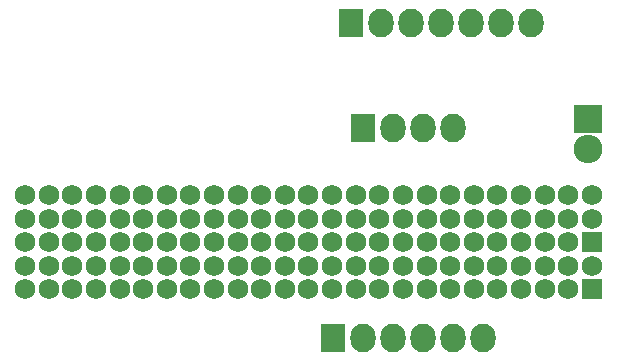
<source format=gbs>
G04 #@! TF.FileFunction,Soldermask,Bot*
%FSLAX46Y46*%
G04 Gerber Fmt 4.6, Leading zero omitted, Abs format (unit mm)*
G04 Created by KiCad (PCBNEW 4.0.4-stable) date 10/29/16 17:18:15*
%MOMM*%
%LPD*%
G01*
G04 APERTURE LIST*
%ADD10C,0.100000*%
%ADD11R,1.750000X1.750000*%
%ADD12C,1.750000*%
%ADD13R,2.432000X2.432000*%
%ADD14O,2.432000X2.432000*%
%ADD15R,2.127200X2.432000*%
%ADD16O,2.127200X2.432000*%
G04 APERTURE END LIST*
D10*
D11*
X88000000Y-67000000D03*
D12*
X86000000Y-67000000D03*
X84000000Y-67000000D03*
X82000000Y-67000000D03*
X80000000Y-67000000D03*
X78000000Y-67000000D03*
X76000000Y-67000000D03*
X74000000Y-67000000D03*
X72000000Y-67000000D03*
X70000000Y-67000000D03*
X68000000Y-67000000D03*
X66000000Y-67000000D03*
X64000000Y-67000000D03*
X62000000Y-67000000D03*
X60000000Y-67000000D03*
X58000000Y-67000000D03*
X56000000Y-67000000D03*
X54000000Y-67000000D03*
X52000000Y-67000000D03*
X50000000Y-67000000D03*
X48000000Y-67000000D03*
X46000000Y-67000000D03*
X44000000Y-67000000D03*
X42000000Y-67000000D03*
X40000000Y-67000000D03*
X88000000Y-65000000D03*
X86000000Y-65000000D03*
X84000000Y-65000000D03*
X82000000Y-65000000D03*
X80000000Y-65000000D03*
X78000000Y-65000000D03*
X76000000Y-65000000D03*
X74000000Y-65000000D03*
X72000000Y-65000000D03*
X70000000Y-65000000D03*
X68000000Y-65000000D03*
X66000000Y-65000000D03*
X64000000Y-65000000D03*
X62000000Y-65000000D03*
X60000000Y-65000000D03*
X58000000Y-65000000D03*
X56000000Y-65000000D03*
X54000000Y-65000000D03*
X52000000Y-65000000D03*
X50000000Y-65000000D03*
X48000000Y-65000000D03*
X46000000Y-65000000D03*
X44000000Y-65000000D03*
X42000000Y-65000000D03*
X40000000Y-65000000D03*
X40000000Y-59000000D03*
X42000000Y-59000000D03*
X44000000Y-59000000D03*
X46000000Y-59000000D03*
X48000000Y-59000000D03*
X50000000Y-59000000D03*
X52000000Y-59000000D03*
X54000000Y-59000000D03*
X56000000Y-59000000D03*
X58000000Y-59000000D03*
X60000000Y-59000000D03*
X62000000Y-59000000D03*
X64000000Y-59000000D03*
X66000000Y-59000000D03*
X68000000Y-59000000D03*
X70000000Y-59000000D03*
X72000000Y-59000000D03*
X74000000Y-59000000D03*
X76000000Y-59000000D03*
X78000000Y-59000000D03*
X80000000Y-59000000D03*
X82000000Y-59000000D03*
X84000000Y-59000000D03*
X86000000Y-59000000D03*
X88000000Y-59000000D03*
D11*
X88000000Y-63000000D03*
D12*
X86000000Y-63000000D03*
X84000000Y-63000000D03*
X82000000Y-63000000D03*
X80000000Y-63000000D03*
X78000000Y-63000000D03*
X76000000Y-63000000D03*
X74000000Y-63000000D03*
X72000000Y-63000000D03*
X70000000Y-63000000D03*
X68000000Y-63000000D03*
X66000000Y-63000000D03*
X64000000Y-63000000D03*
X62000000Y-63000000D03*
X60000000Y-63000000D03*
X58000000Y-63000000D03*
X56000000Y-63000000D03*
X54000000Y-63000000D03*
X52000000Y-63000000D03*
X50000000Y-63000000D03*
X48000000Y-63000000D03*
X46000000Y-63000000D03*
X44000000Y-63000000D03*
X42000000Y-63000000D03*
X40000000Y-63000000D03*
X88000000Y-61000000D03*
X86000000Y-61000000D03*
X84000000Y-61000000D03*
X82000000Y-61000000D03*
X80000000Y-61000000D03*
X78000000Y-61000000D03*
X76000000Y-61000000D03*
X74000000Y-61000000D03*
X72000000Y-61000000D03*
X70000000Y-61000000D03*
X68000000Y-61000000D03*
X66000000Y-61000000D03*
X64000000Y-61000000D03*
X62000000Y-61000000D03*
X60000000Y-61000000D03*
X58000000Y-61000000D03*
X56000000Y-61000000D03*
X54000000Y-61000000D03*
X52000000Y-61000000D03*
X50000000Y-61000000D03*
X48000000Y-61000000D03*
X46000000Y-61000000D03*
X44000000Y-61000000D03*
X42000000Y-61000000D03*
X40000000Y-61000000D03*
D13*
X87630000Y-52578000D03*
D14*
X87630000Y-55118000D03*
D15*
X68580000Y-53340000D03*
D16*
X71120000Y-53340000D03*
X73660000Y-53340000D03*
X76200000Y-53340000D03*
D15*
X66040000Y-71120000D03*
D16*
X68580000Y-71120000D03*
X71120000Y-71120000D03*
X73660000Y-71120000D03*
X76200000Y-71120000D03*
X78740000Y-71120000D03*
D15*
X67564000Y-44450000D03*
D16*
X70104000Y-44450000D03*
X72644000Y-44450000D03*
X75184000Y-44450000D03*
X77724000Y-44450000D03*
X80264000Y-44450000D03*
X82804000Y-44450000D03*
M02*

</source>
